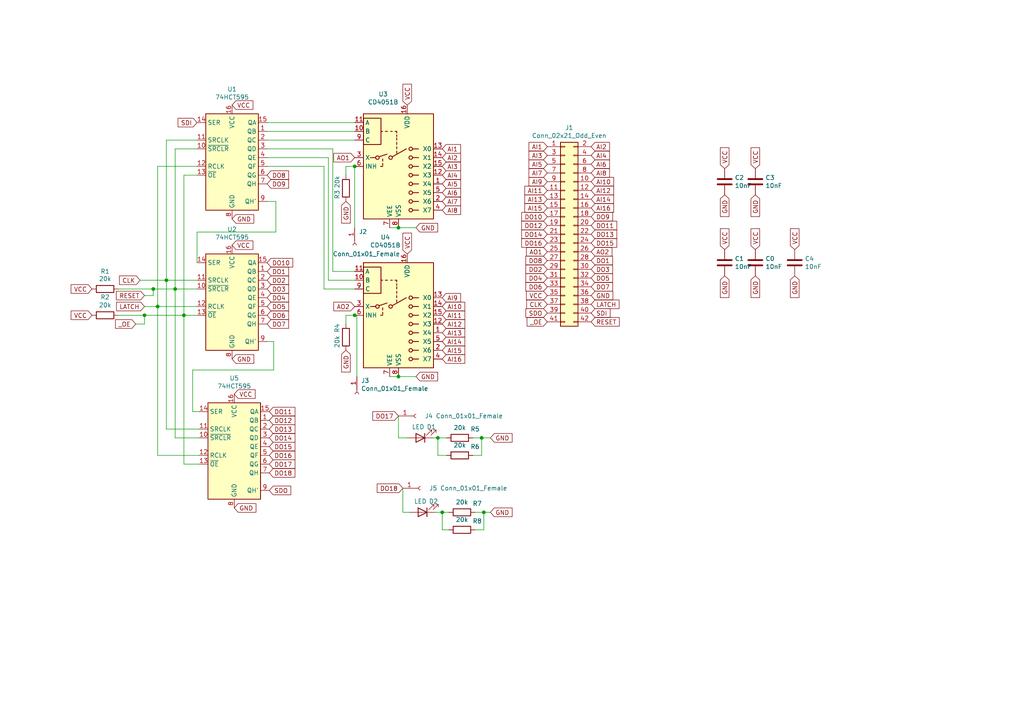
<source format=kicad_sch>
(kicad_sch (version 20211123) (generator eeschema)
  (paper "A4")
  (lib_symbols
    (symbol "74xx:74HCT595"
      (property "Reference" "U" (at -7.62 13.97 0))
      (property "Value" "74HCT595" (at -7.62 -16.51 0))
      (symbol "74HCT595_1_0"
        (pin tri_state line (at 10.16 7.62 180) (length 2.54) (name "QB") (number "1"))
        (pin input line (at -10.16 2.54 0) (length 2.54) (name "~{SRCLR}") (number "10"))
        (pin input line (at -10.16 5.08 0) (length 2.54) (name "SRCLK") (number "11"))
        (pin input line (at -10.16 -2.54 0) (length 2.54) (name "RCLK") (number "12"))
        (pin input line (at -10.16 -5.08 0) (length 2.54) (name "~{OE}") (number "13"))
        (pin input line (at -10.16 10.16 0) (length 2.54) (name "SER") (number "14"))
        (pin tri_state line (at 10.16 10.16 180) (length 2.54) (name "QA") (number "15"))
        (pin power_in line (at 0 15.24 270) (length 2.54) (name "VCC") (number "16"))
        (pin tri_state line (at 10.16 5.08 180) (length 2.54) (name "QC") (number "2"))
        (pin tri_state line (at 10.16 2.54 180) (length 2.54) (name "QD") (number "3"))
        (pin tri_state line (at 10.16 0 180) (length 2.54) (name "QE") (number "4"))
        (pin tri_state line (at 10.16 -2.54 180) (length 2.54) (name "QF") (number "5"))
        (pin tri_state line (at 10.16 -5.08 180) (length 2.54) (name "QG") (number "6"))
        (pin tri_state line (at 10.16 -7.62 180) (length 2.54) (name "QH") (number "7"))
        (pin power_in line (at 0 -17.78 90) (length 2.54) (name "GND") (number "8"))
        (pin output line (at 10.16 -12.7 180) (length 2.54) (name "QH'") (number "9"))
      )
      (symbol "74HCT595_1_1"
        (rectangle (start -7.62 12.7) (end 7.62 -15.24) (stroke (width 0.254)) (fill (type background)))
      )
    )
    (symbol "Analog_Switch:CD4051B"
      (property "Reference" "U" (at -10.16 16.51 0))
      (property "Value" "CD4051B" (at 3.81 16.51 0))
      (symbol "CD4051B_0_1"
        (rectangle (start -10.16 6.35) (end -5.08 13.97) (stroke (width 0.254)))
        (rectangle (start -10.16 15.24) (end 10.16 -15.24) (stroke (width 0.254)) (fill (type background)))
        (circle (center -6.096 2.54) (radius 0.508) (stroke (width 0.254)))
        (circle (center -2.286 2.54) (radius 0.508) (stroke (width 0.254)))
        (polyline (pts (xy -8.128 2.54) (xy -6.604 2.54)) (stroke (width 0.254)))
        (polyline (pts (xy -5.588 2.794) (xy -3.302 3.556)) (stroke (width 0.254)))
        (polyline (pts (xy -4.572 0) (xy -5.207 0)) (stroke (width 0.254)))
        (polyline (pts (xy -4.572 0.254) (xy -4.572 0.889)) (stroke (width 0.254)))
        (polyline (pts (xy -4.572 1.524) (xy -4.572 2.159)) (stroke (width 0.254)))
        (polyline (pts (xy -4.572 10.16) (xy -5.08 10.16)) (stroke (width 0.254)))
        (polyline (pts (xy -3.81 10.16) (xy -3.175 10.16)) (stroke (width 0.254)))
        (polyline (pts (xy -1.778 2.794) (xy 2.286 5.08)) (stroke (width 0.254)))
        (polyline (pts (xy -1.778 10.16) (xy -2.286 10.16)) (stroke (width 0.254)))
        (polyline (pts (xy -0.508 3.81) (xy -0.508 4.445)) (stroke (width 0.254)))
        (polyline (pts (xy -0.508 5.08) (xy -0.508 5.715)) (stroke (width 0.254)))
        (polyline (pts (xy -0.508 6.35) (xy -0.508 6.985)) (stroke (width 0.254)))
        (polyline (pts (xy -0.508 7.62) (xy -0.508 8.255)) (stroke (width 0.254)))
        (polyline (pts (xy -0.508 8.636) (xy -0.508 9.144)) (stroke (width 0.254)))
        (polyline (pts (xy -0.508 9.652) (xy -0.508 10.16)) (stroke (width 0.254)))
        (polyline (pts (xy -0.508 10.16) (xy -1.016 10.16)) (stroke (width 0.254)))
        (polyline (pts (xy 4.064 -12.7) (xy 5.842 -12.7)) (stroke (width 0.254)))
        (polyline (pts (xy 4.064 -10.16) (xy 5.842 -10.16)) (stroke (width 0.254)))
        (polyline (pts (xy 4.064 -7.62) (xy 5.842 -7.62)) (stroke (width 0.254)))
        (polyline (pts (xy 4.064 -5.08) (xy 5.842 -5.08)) (stroke (width 0.254)))
        (polyline (pts (xy 4.064 -2.54) (xy 5.842 -2.54)) (stroke (width 0.254)))
        (polyline (pts (xy 4.064 0) (xy 5.842 0)) (stroke (width 0.254)))
        (polyline (pts (xy 4.064 2.54) (xy 5.842 2.54)) (stroke (width 0.254)))
        (polyline (pts (xy 4.064 5.08) (xy 5.842 5.08)) (stroke (width 0.254)))
        (circle (center 3.556 -12.7) (radius 0.508) (stroke (width 0.254)))
        (circle (center 3.556 -10.16) (radius 0.508) (stroke (width 0.254)))
        (circle (center 3.556 -7.62) (radius 0.508) (stroke (width 0.254)))
        (circle (center 3.556 -5.08) (radius 0.508) (stroke (width 0.254)))
        (circle (center 3.556 -2.54) (radius 0.508) (stroke (width 0.254)))
        (circle (center 3.556 0) (radius 0.508) (stroke (width 0.254)))
        (circle (center 3.556 2.54) (radius 0.508) (stroke (width 0.254)))
        (circle (center 3.556 5.08) (radius 0.508) (stroke (width 0.254)))
      )
      (symbol "CD4051B_1_1"
        (pin bidirectional line (at 12.7 -5.08 180) (length 2.54) (name "X4") (number "1"))
        (pin input line (at -12.7 10.16 0) (length 2.54) (name "B") (number "10"))
        (pin input line (at -12.7 12.7 0) (length 2.54) (name "A") (number "11"))
        (pin bidirectional line (at 12.7 -2.54 180) (length 2.54) (name "X3") (number "12"))
        (pin bidirectional line (at 12.7 5.08 180) (length 2.54) (name "X0") (number "13"))
        (pin bidirectional line (at 12.7 2.54 180) (length 2.54) (name "X1") (number "14"))
        (pin bidirectional line (at 12.7 0 180) (length 2.54) (name "X2") (number "15"))
        (pin power_in line (at 2.54 17.78 270) (length 2.54) (name "VDD") (number "16"))
        (pin bidirectional line (at 12.7 -10.16 180) (length 2.54) (name "X6") (number "2"))
        (pin bidirectional line (at -12.7 2.54 0) (length 2.54) (name "X") (number "3"))
        (pin bidirectional line (at 12.7 -12.7 180) (length 2.54) (name "X7") (number "4"))
        (pin bidirectional line (at 12.7 -7.62 180) (length 2.54) (name "X5") (number "5"))
        (pin input line (at -12.7 0 0) (length 2.54) (name "INH") (number "6"))
        (pin power_in line (at -2.54 -17.78 90) (length 2.54) (name "VEE") (number "7"))
        (pin power_in line (at 0 -17.78 90) (length 2.54) (name "VSS") (number "8"))
        (pin input line (at -12.7 7.62 0) (length 2.54) (name "C") (number "9"))
      )
    )
    (symbol "Connector:Conn_01x01_Female" (pin_names (offset 1.016) hide)
      (property "Reference" "J" (at 0 2.54 0))
      (property "Value" "Conn_01x01_Female" (at 0 -2.54 0))
      (symbol "Conn_01x01_Female_1_1"
        (polyline (pts (xy -1.27 0) (xy -0.508 0)) (stroke (width 0.1524)))
        (arc (start 0 0.508) (mid -0.508 0) (end 0 -0.508) (stroke (width 0.1524)))
        (pin passive line (at -5.08 0 0) (length 3.81) (name "Pin_1") (number "1"))
      )
    )
    (symbol "Connector_Generic:Conn_02x21_Odd_Even" (pin_names (offset 1.016) hide)
      (property "Reference" "J" (at 1.27 27.94 0))
      (property "Value" "Conn_02x21_Odd_Even" (at 1.27 -27.94 0))
      (symbol "Conn_02x21_Odd_Even_1_1"
        (rectangle (start -1.27 -25.273) (end 0 -25.527) (stroke (width 0.1524)))
        (rectangle (start -1.27 -22.733) (end 0 -22.987) (stroke (width 0.1524)))
        (rectangle (start -1.27 -20.193) (end 0 -20.447) (stroke (width 0.1524)))
        (rectangle (start -1.27 -17.653) (end 0 -17.907) (stroke (width 0.1524)))
        (rectangle (start -1.27 -15.113) (end 0 -15.367) (stroke (width 0.1524)))
        (rectangle (start -1.27 -12.573) (end 0 -12.827) (stroke (width 0.1524)))
        (rectangle (start -1.27 -10.033) (end 0 -10.287) (stroke (width 0.1524)))
        (rectangle (start -1.27 -7.493) (end 0 -7.747) (stroke (width 0.1524)))
        (rectangle (start -1.27 -4.953) (end 0 -5.207) (stroke (width 0.1524)))
        (rectangle (start -1.27 -2.413) (end 0 -2.667) (stroke (width 0.1524)))
        (rectangle (start -1.27 0.127) (end 0 -0.127) (stroke (width 0.1524)))
        (rectangle (start -1.27 2.667) (end 0 2.413) (stroke (width 0.1524)))
        (rectangle (start -1.27 5.207) (end 0 4.953) (stroke (width 0.1524)))
        (rectangle (start -1.27 7.747) (end 0 7.493) (stroke (width 0.1524)))
        (rectangle (start -1.27 10.287) (end 0 10.033) (stroke (width 0.1524)))
        (rectangle (start -1.27 12.827) (end 0 12.573) (stroke (width 0.1524)))
        (rectangle (start -1.27 15.367) (end 0 15.113) (stroke (width 0.1524)))
        (rectangle (start -1.27 17.907) (end 0 17.653) (stroke (width 0.1524)))
        (rectangle (start -1.27 20.447) (end 0 20.193) (stroke (width 0.1524)))
        (rectangle (start -1.27 22.987) (end 0 22.733) (stroke (width 0.1524)))
        (rectangle (start -1.27 25.527) (end 0 25.273) (stroke (width 0.1524)))
        (rectangle (start -1.27 26.67) (end 3.81 -26.67) (stroke (width 0.254)) (fill (type background)))
        (rectangle (start 3.81 -25.273) (end 2.54 -25.527) (stroke (width 0.1524)))
        (rectangle (start 3.81 -22.733) (end 2.54 -22.987) (stroke (width 0.1524)))
        (rectangle (start 3.81 -20.193) (end 2.54 -20.447) (stroke (width 0.1524)))
        (rectangle (start 3.81 -17.653) (end 2.54 -17.907) (stroke (width 0.1524)))
        (rectangle (start 3.81 -15.113) (end 2.54 -15.367) (stroke (width 0.1524)))
        (rectangle (start 3.81 -12.573) (end 2.54 -12.827) (stroke (width 0.1524)))
        (rectangle (start 3.81 -10.033) (end 2.54 -10.287) (stroke (width 0.1524)))
        (rectangle (start 3.81 -7.493) (end 2.54 -7.747) (stroke (width 0.1524)))
        (rectangle (start 3.81 -4.953) (end 2.54 -5.207) (stroke (width 0.1524)))
        (rectangle (start 3.81 -2.413) (end 2.54 -2.667) (stroke (width 0.1524)))
        (rectangle (start 3.81 0.127) (end 2.54 -0.127) (stroke (width 0.1524)))
        (rectangle (start 3.81 2.667) (end 2.54 2.413) (stroke (width 0.1524)))
        (rectangle (start 3.81 5.207) (end 2.54 4.953) (stroke (width 0.1524)))
        (rectangle (start 3.81 7.747) (end 2.54 7.493) (stroke (width 0.1524)))
        (rectangle (start 3.81 10.287) (end 2.54 10.033) (stroke (width 0.1524)))
        (rectangle (start 3.81 12.827) (end 2.54 12.573) (stroke (width 0.1524)))
        (rectangle (start 3.81 15.367) (end 2.54 15.113) (stroke (width 0.1524)))
        (rectangle (start 3.81 17.907) (end 2.54 17.653) (stroke (width 0.1524)))
        (rectangle (start 3.81 20.447) (end 2.54 20.193) (stroke (width 0.1524)))
        (rectangle (start 3.81 22.987) (end 2.54 22.733) (stroke (width 0.1524)))
        (rectangle (start 3.81 25.527) (end 2.54 25.273) (stroke (width 0.1524)))
        (pin passive line (at -5.08 25.4 0) (length 3.81) (name "Pin_1") (number "1"))
        (pin passive line (at 7.62 15.24 180) (length 3.81) (name "Pin_10") (number "10"))
        (pin passive line (at -5.08 12.7 0) (length 3.81) (name "Pin_11") (number "11"))
        (pin passive line (at 7.62 12.7 180) (length 3.81) (name "Pin_12") (number "12"))
        (pin passive line (at -5.08 10.16 0) (length 3.81) (name "Pin_13") (number "13"))
        (pin passive line (at 7.62 10.16 180) (length 3.81) (name "Pin_14") (number "14"))
        (pin passive line (at -5.08 7.62 0) (length 3.81) (name "Pin_15") (number "15"))
        (pin passive line (at 7.62 7.62 180) (length 3.81) (name "Pin_16") (number "16"))
        (pin passive line (at -5.08 5.08 0) (length 3.81) (name "Pin_17") (number "17"))
        (pin passive line (at 7.62 5.08 180) (length 3.81) (name "Pin_18") (number "18"))
        (pin passive line (at -5.08 2.54 0) (length 3.81) (name "Pin_19") (number "19"))
        (pin passive line (at 7.62 25.4 180) (length 3.81) (name "Pin_2") (number "2"))
        (pin passive line (at 7.62 2.54 180) (length 3.81) (name "Pin_20") (number "20"))
        (pin passive line (at -5.08 0 0) (length 3.81) (name "Pin_21") (number "21"))
        (pin passive line (at 7.62 0 180) (length 3.81) (name "Pin_22") (number "22"))
        (pin passive line (at -5.08 -2.54 0) (length 3.81) (name "Pin_23") (number "23"))
        (pin passive line (at 7.62 -2.54 180) (length 3.81) (name "Pin_24") (number "24"))
        (pin passive line (at -5.08 -5.08 0) (length 3.81) (name "Pin_25") (number "25"))
        (pin passive line (at 7.62 -5.08 180) (length 3.81) (name "Pin_26") (number "26"))
        (pin passive line (at -5.08 -7.62 0) (length 3.81) (name "Pin_27") (number "27"))
        (pin passive line (at 7.62 -7.62 180) (length 3.81) (name "Pin_28") (number "28"))
        (pin passive line (at -5.08 -10.16 0) (length 3.81) (name "Pin_29") (number "29"))
        (pin passive line (at -5.08 22.86 0) (length 3.81) (name "Pin_3") (number "3"))
        (pin passive line (at 7.62 -10.16 180) (length 3.81) (name "Pin_30") (number "30"))
        (pin passive line (at -5.08 -12.7 0) (length 3.81) (name "Pin_31") (number "31"))
        (pin passive line (at 7.62 -12.7 180) (length 3.81) (name "Pin_32") (number "32"))
        (pin passive line (at -5.08 -15.24 0) (length 3.81) (name "Pin_33") (number "33"))
        (pin passive line (at 7.62 -15.24 180) (length 3.81) (name "Pin_34") (number "34"))
        (pin passive line (at -5.08 -17.78 0) (length 3.81) (name "Pin_35") (number "35"))
        (pin passive line (at 7.62 -17.78 180) (length 3.81) (name "Pin_36") (number "36"))
        (pin passive line (at -5.08 -20.32 0) (length 3.81) (name "Pin_37") (number "37"))
        (pin passive line (at 7.62 -20.32 180) (length 3.81) (name "Pin_38") (number "38"))
        (pin passive line (at -5.08 -22.86 0) (length 3.81) (name "Pin_39") (number "39"))
        (pin passive line (at 7.62 22.86 180) (length 3.81) (name "Pin_4") (number "4"))
        (pin passive line (at 7.62 -22.86 180) (length 3.81) (name "Pin_40") (number "40"))
        (pin passive line (at -5.08 -25.4 0) (length 3.81) (name "Pin_41") (number "41"))
        (pin passive line (at 7.62 -25.4 180) (length 3.81) (name "Pin_42") (number "42"))
        (pin passive line (at -5.08 20.32 0) (length 3.81) (name "Pin_5") (number "5"))
        (pin passive line (at 7.62 20.32 180) (length 3.81) (name "Pin_6") (number "6"))
        (pin passive line (at -5.08 17.78 0) (length 3.81) (name "Pin_7") (number "7"))
        (pin passive line (at 7.62 17.78 180) (length 3.81) (name "Pin_8") (number "8"))
        (pin passive line (at -5.08 15.24 0) (length 3.81) (name "Pin_9") (number "9"))
      )
    )
    (symbol "Device:C" (pin_numbers hide) (pin_names (offset 0.254))
      (property "Reference" "C" (at 0.635 2.54 0))
      (property "Value" "C" (at 0.635 -2.54 0))
      (symbol "C_0_1"
        (polyline (pts (xy -2.032 -0.762) (xy 2.032 -0.762)) (stroke (width 0.508)))
        (polyline (pts (xy -2.032 0.762) (xy 2.032 0.762)) (stroke (width 0.508)))
      )
      (symbol "C_1_1"
        (pin passive line (at 0 3.81 270) (length 2.794) (name "~") (number "1"))
        (pin passive line (at 0 -3.81 90) (length 2.794) (name "~") (number "2"))
      )
    )
    (symbol "Device:LED" (pin_numbers hide) (pin_names (offset 1.016) hide)
      (property "Reference" "D" (at 0 2.54 0))
      (property "Value" "LED" (at 0 -2.54 0))
      (symbol "LED_0_1"
        (polyline (pts (xy -1.27 -1.27) (xy -1.27 1.27)) (stroke (width 0.254)))
        (polyline (pts (xy -1.27 0) (xy 1.27 0)))
        (polyline (pts (xy 1.27 -1.27) (xy 1.27 1.27) (xy -1.27 0) (xy 1.27 -1.27)) (stroke (width 0.254)))
        (polyline (pts (xy -3.048 -0.762) (xy -4.572 -2.286) (xy -3.81 -2.286) (xy -4.572 -2.286) (xy -4.572 -1.524)))
        (polyline (pts (xy -1.778 -0.762) (xy -3.302 -2.286) (xy -2.54 -2.286) (xy -3.302 -2.286) (xy -3.302 -1.524)))
      )
      (symbol "LED_1_1"
        (pin passive line (at -3.81 0 0) (length 2.54) (name "K") (number "1"))
        (pin passive line (at 3.81 0 180) (length 2.54) (name "A") (number "2"))
      )
    )
    (symbol "Device:R" (pin_numbers hide) (pin_names (offset 0))
      (property "Reference" "R" (at 2.032 0 90))
      (property "Value" "R" (at 0 0 90))
      (symbol "R_0_1"
        (rectangle (start -1.016 -2.54) (end 1.016 2.54) (stroke (width 0.254)))
      )
      (symbol "R_1_1"
        (pin passive line (at 0 3.81 270) (length 1.27) (name "~") (number "1"))
        (pin passive line (at 0 -3.81 90) (length 1.27) (name "~") (number "2"))
      )
    )
  )
  (junction (at 45.72 88.9))
  (junction (at 50.8 83.82))
  (junction (at 53.34 91.44))
  (junction (at 44.45 83.82))
  (junction (at 127 127))
  (junction (at 41.91 91.44))
  (junction (at 102.87 91.44))
  (junction (at 128.27 148.59))
  (junction (at 139.7 127))
  (junction (at 115.57 66.04))
  (junction (at 102.87 48.26))
  (junction (at 115.57 109.22))
  (junction (at 48.26 81.28))
  (junction (at 140.335 148.59))
  (wire (pts (xy 95.25 81.28) (xy 102.87 81.28)))
  (wire (pts (xy 140.335 148.59) (xy 140.335 153.67)))
  (wire (pts (xy 50.8 83.82) (xy 50.8 43.18)))
  (wire (pts (xy 45.72 88.9) (xy 57.15 88.9)))
  (wire (pts (xy 115.57 109.22) (xy 120.65 109.22)))
  (wire (pts (xy 77.47 35.56) (xy 102.87 35.56)))
  (wire (pts (xy 45.72 48.26) (xy 45.72 88.9)))
  (wire (pts (xy 116.84 148.59) (xy 116.84 141.605)))
  (wire (pts (xy 137.16 132.08) (xy 139.7 132.08)))
  (wire (pts (xy 39.37 93.98) (xy 41.91 93.98)))
  (wire (pts (xy 77.47 48.26) (xy 93.98 48.26)))
  (wire (pts (xy 115.57 127) (xy 115.57 120.65)))
  (wire (pts (xy 55.88 119.38) (xy 55.88 107.315)))
  (wire (pts (xy 127 132.08) (xy 127 127)))
  (wire (pts (xy 102.87 91.44) (xy 103.505 91.44)))
  (wire (pts (xy 100.33 91.44) (xy 102.87 91.44)))
  (wire (pts (xy 139.7 127) (xy 142.24 127)))
  (wire (pts (xy 125.73 127) (xy 127 127)))
  (wire (pts (xy 77.47 38.1) (xy 102.87 38.1)))
  (wire (pts (xy 53.34 50.8) (xy 53.34 91.44)))
  (wire (pts (xy 115.57 66.04) (xy 120.65 66.04)))
  (wire (pts (xy 77.47 45.72) (xy 95.25 45.72)))
  (wire (pts (xy 45.72 88.9) (xy 45.72 132.08)))
  (wire (pts (xy 48.26 124.46) (xy 57.785 124.46)))
  (wire (pts (xy 77.47 58.42) (xy 80.01 58.42)))
  (wire (pts (xy 48.26 81.28) (xy 57.15 81.28)))
  (wire (pts (xy 102.87 66.04) (xy 102.87 48.26)))
  (wire (pts (xy 34.29 91.44) (xy 41.91 91.44)))
  (wire (pts (xy 48.26 81.28) (xy 48.26 124.46)))
  (wire (pts (xy 57.15 50.8) (xy 53.34 50.8)))
  (wire (pts (xy 57.785 119.38) (xy 55.88 119.38)))
  (wire (pts (xy 96.52 43.18) (xy 96.52 78.74)))
  (wire (pts (xy 57.15 76.2) (xy 57.15 67.31)))
  (wire (pts (xy 93.98 83.82) (xy 102.87 83.82)))
  (wire (pts (xy 137.16 127) (xy 139.7 127)))
  (wire (pts (xy 48.26 40.64) (xy 48.26 81.28)))
  (wire (pts (xy 53.34 134.62) (xy 57.785 134.62)))
  (wire (pts (xy 57.15 48.26) (xy 45.72 48.26)))
  (wire (pts (xy 45.72 132.08) (xy 57.785 132.08)))
  (wire (pts (xy 50.8 43.18) (xy 57.15 43.18)))
  (wire (pts (xy 128.27 148.59) (xy 128.27 153.67)))
  (wire (pts (xy 41.91 88.9) (xy 45.72 88.9)))
  (wire (pts (xy 128.27 148.59) (xy 130.175 148.59)))
  (wire (pts (xy 95.25 45.72) (xy 95.25 81.28)))
  (wire (pts (xy 139.7 127) (xy 139.7 132.08)))
  (wire (pts (xy 100.33 48.26) (xy 102.87 48.26)))
  (wire (pts (xy 137.795 148.59) (xy 140.335 148.59)))
  (wire (pts (xy 113.03 66.04) (xy 115.57 66.04)))
  (wire (pts (xy 129.54 132.08) (xy 127 132.08)))
  (wire (pts (xy 53.34 91.44) (xy 57.15 91.44)))
  (wire (pts (xy 57.15 83.82) (xy 50.8 83.82)))
  (wire (pts (xy 53.34 91.44) (xy 53.34 134.62)))
  (wire (pts (xy 140.335 148.59) (xy 142.24 148.59)))
  (wire (pts (xy 118.11 127) (xy 115.57 127)))
  (wire (pts (xy 44.45 83.82) (xy 44.45 85.725)))
  (wire (pts (xy 118.745 148.59) (xy 116.84 148.59)))
  (wire (pts (xy 57.15 67.31) (xy 80.01 67.31)))
  (wire (pts (xy 140.335 153.67) (xy 137.795 153.67)))
  (wire (pts (xy 44.45 83.82) (xy 50.8 83.82)))
  (wire (pts (xy 50.8 83.82) (xy 50.8 127)))
  (wire (pts (xy 80.01 58.42) (xy 80.01 67.31)))
  (wire (pts (xy 96.52 78.74) (xy 102.87 78.74)))
  (wire (pts (xy 41.91 91.44) (xy 53.34 91.44)))
  (wire (pts (xy 100.33 50.8) (xy 100.33 48.26)))
  (wire (pts (xy 126.365 148.59) (xy 128.27 148.59)))
  (wire (pts (xy 128.27 153.67) (xy 130.175 153.67)))
  (wire (pts (xy 127 127) (xy 129.54 127)))
  (wire (pts (xy 40.64 81.28) (xy 48.26 81.28)))
  (wire (pts (xy 41.91 85.725) (xy 44.45 85.725)))
  (wire (pts (xy 77.47 40.64) (xy 102.87 40.64)))
  (wire (pts (xy 57.15 40.64) (xy 48.26 40.64)))
  (wire (pts (xy 113.03 109.22) (xy 115.57 109.22)))
  (wire (pts (xy 50.8 127) (xy 57.785 127)))
  (wire (pts (xy 77.47 43.18) (xy 96.52 43.18)))
  (wire (pts (xy 100.33 93.98) (xy 100.33 91.44)))
  (wire (pts (xy 34.29 83.82) (xy 44.45 83.82)))
  (wire (pts (xy 55.88 107.315) (xy 79.375 107.315)))
  (wire (pts (xy 41.91 93.98) (xy 41.91 91.44)))
  (wire (pts (xy 79.375 99.06) (xy 79.375 107.315)))
  (wire (pts (xy 77.47 99.06) (xy 79.375 99.06)))
  (wire (pts (xy 103.505 109.22) (xy 103.505 91.44)))
  (wire (pts (xy 93.98 48.26) (xy 93.98 83.82)))
  (global_label "GND" (shape input) (at 230.505 80.01 270) (property "Références Inter-Feuilles" "${INTERSHEET_REFS}" (effects hide)))
  (global_label "DO11" (shape input) (at 171.45 65.405 0) (property "Références Inter-Feuilles" "${INTERSHEET_REFS}" (effects hide)))
  (global_label "GND" (shape input) (at 67.31 104.14 0) (property "Références Inter-Feuilles" "${INTERSHEET_REFS}" (effects hide)))
  (global_label "AI11" (shape input) (at 158.75 55.245 180) (property "Références Inter-Feuilles" "${INTERSHEET_REFS}" (effects hide)))
  (global_label "GND" (shape input) (at 100.33 58.42 270) (property "Références Inter-Feuilles" "${INTERSHEET_REFS}" (effects hide)))
  (global_label "VCC" (shape input) (at 67.31 30.48 0) (property "Références Inter-Feuilles" "${INTERSHEET_REFS}" (effects hide)))
  (global_label "AI10" (shape input) (at 171.45 52.705 0) (property "Références Inter-Feuilles" "${INTERSHEET_REFS}" (effects hide)))
  (global_label "DO8" (shape input) (at 158.75 75.565 180) (property "Références Inter-Feuilles" "${INTERSHEET_REFS}" (effects hide)))
  (global_label "VCC" (shape input) (at 219.075 48.895 90) (property "Références Inter-Feuilles" "${INTERSHEET_REFS}" (effects hide)))
  (global_label "AI4" (shape input) (at 171.45 45.085 0) (property "Références Inter-Feuilles" "${INTERSHEET_REFS}" (effects hide)))
  (global_label "LATCH" (shape input) (at 171.45 88.265 0) (property "Références Inter-Feuilles" "${INTERSHEET_REFS}" (effects hide)))
  (global_label "DO9" (shape input) (at 171.45 62.865 0) (property "Références Inter-Feuilles" "${INTERSHEET_REFS}" (effects hide)))
  (global_label "AI9" (shape input) (at 158.75 52.705 180) (property "Références Inter-Feuilles" "${INTERSHEET_REFS}" (effects hide)))
  (global_label "GND" (shape input) (at 100.33 101.6 270) (property "Références Inter-Feuilles" "${INTERSHEET_REFS}" (effects hide)))
  (global_label "AI1" (shape input) (at 128.27 43.18 0) (property "Références Inter-Feuilles" "${INTERSHEET_REFS}" (effects hide)))
  (global_label "DO16" (shape input) (at 78.105 132.08 0) (property "Références Inter-Feuilles" "${INTERSHEET_REFS}" (effects hide)))
  (global_label "DO3" (shape input) (at 77.47 83.82 0) (property "Références Inter-Feuilles" "${INTERSHEET_REFS}" (effects hide)))
  (global_label "GND" (shape input) (at 142.24 127 0) (property "Références Inter-Feuilles" "${INTERSHEET_REFS}" (effects hide)))
  (global_label "DO18" (shape input) (at 78.105 137.16 0) (property "Références Inter-Feuilles" "${INTERSHEET_REFS}" (effects hide)))
  (global_label "VCC" (shape input) (at 26.67 91.44 180) (property "Références Inter-Feuilles" "${INTERSHEET_REFS}" (effects hide)))
  (global_label "AI2" (shape input) (at 171.45 42.545 0) (property "Références Inter-Feuilles" "${INTERSHEET_REFS}" (effects hide)))
  (global_label "RESET" (shape input) (at 171.45 93.345 0) (property "Références Inter-Feuilles" "${INTERSHEET_REFS}" (effects hide)))
  (global_label "AI16" (shape input) (at 128.27 104.14 0) (property "Références Inter-Feuilles" "${INTERSHEET_REFS}" (effects hide)))
  (global_label "AI3" (shape input) (at 158.75 45.085 180) (property "Références Inter-Feuilles" "${INTERSHEET_REFS}" (effects hide)))
  (global_label "SDI" (shape input) (at 171.45 90.805 0) (property "Références Inter-Feuilles" "${INTERSHEET_REFS}" (effects hide)))
  (global_label "DO1" (shape input) (at 77.47 78.74 0) (property "Références Inter-Feuilles" "${INTERSHEET_REFS}" (effects hide)))
  (global_label "DO9" (shape input) (at 77.47 53.34 0) (property "Références Inter-Feuilles" "${INTERSHEET_REFS}" (effects hide)))
  (global_label "AI6" (shape input) (at 171.45 47.625 0) (property "Références Inter-Feuilles" "${INTERSHEET_REFS}" (effects hide)))
  (global_label "VCC" (shape input) (at 67.945 114.3 0) (property "Références Inter-Feuilles" "${INTERSHEET_REFS}" (effects hide)))
  (global_label "VCC" (shape input) (at 210.185 72.39 90) (property "Références Inter-Feuilles" "${INTERSHEET_REFS}" (effects hide)))
  (global_label "AI16" (shape input) (at 171.45 60.325 0) (property "Références Inter-Feuilles" "${INTERSHEET_REFS}" (effects hide)))
  (global_label "GND" (shape input) (at 120.65 109.22 0) (property "Références Inter-Feuilles" "${INTERSHEET_REFS}" (effects hide)))
  (global_label "GND" (shape input) (at 210.185 56.515 270) (property "Références Inter-Feuilles" "${INTERSHEET_REFS}" (effects hide)))
  (global_label "DO10" (shape input) (at 77.47 76.2 0) (property "Références Inter-Feuilles" "${INTERSHEET_REFS}" (effects hide)))
  (global_label "SDI" (shape input) (at 57.15 35.56 180) (property "Références Inter-Feuilles" "${INTERSHEET_REFS}" (effects hide)))
  (global_label "GND" (shape input) (at 219.075 80.01 270) (property "Références Inter-Feuilles" "${INTERSHEET_REFS}" (effects hide)))
  (global_label "AI14" (shape input) (at 171.45 57.785 0) (property "Références Inter-Feuilles" "${INTERSHEET_REFS}" (effects hide)))
  (global_label "GND" (shape input) (at 210.185 80.01 270) (property "Références Inter-Feuilles" "${INTERSHEET_REFS}" (effects hide)))
  (global_label "DO2" (shape input) (at 77.47 81.28 0) (property "Références Inter-Feuilles" "${INTERSHEET_REFS}" (effects hide)))
  (global_label "AI5" (shape input) (at 128.27 53.34 0) (property "Références Inter-Feuilles" "${INTERSHEET_REFS}" (effects hide)))
  (global_label "DO5" (shape input) (at 77.47 88.9 0) (property "Références Inter-Feuilles" "${INTERSHEET_REFS}" (effects hide)))
  (global_label "AI13" (shape input) (at 158.75 57.785 180) (property "Références Inter-Feuilles" "${INTERSHEET_REFS}" (effects hide)))
  (global_label "AI15" (shape input) (at 158.75 60.325 180) (property "Références Inter-Feuilles" "${INTERSHEET_REFS}" (effects hide)))
  (global_label "AI3" (shape input) (at 128.27 48.26 0) (property "Références Inter-Feuilles" "${INTERSHEET_REFS}" (effects hide)))
  (global_label "VCC" (shape input) (at 210.185 48.895 90) (property "Références Inter-Feuilles" "${INTERSHEET_REFS}" (effects hide)))
  (global_label "GND" (shape input) (at 142.24 148.59 0) (property "Références Inter-Feuilles" "${INTERSHEET_REFS}" (effects hide)))
  (global_label "AI12" (shape input) (at 171.45 55.245 0) (property "Références Inter-Feuilles" "${INTERSHEET_REFS}" (effects hide)))
  (global_label "GND" (shape input) (at 171.45 85.725 0) (property "Références Inter-Feuilles" "${INTERSHEET_REFS}" (effects hide)))
  (global_label "DO3" (shape input) (at 171.45 78.105 0) (property "Références Inter-Feuilles" "${INTERSHEET_REFS}" (effects hide)))
  (global_label "CLK" (shape input) (at 158.75 88.265 180) (property "Références Inter-Feuilles" "${INTERSHEET_REFS}" (effects hide)))
  (global_label "AI4" (shape input) (at 128.27 50.8 0) (property "Références Inter-Feuilles" "${INTERSHEET_REFS}" (effects hide)))
  (global_label "GND" (shape input) (at 67.31 63.5 0) (property "Références Inter-Feuilles" "${INTERSHEET_REFS}" (effects hide)))
  (global_label "DO15" (shape input) (at 171.45 70.485 0) (property "Références Inter-Feuilles" "${INTERSHEET_REFS}" (effects hide)))
  (global_label "AI9" (shape input) (at 128.27 86.36 0) (property "Références Inter-Feuilles" "${INTERSHEET_REFS}" (effects hide)))
  (global_label "VCC" (shape input) (at 158.75 85.725 180) (property "Références Inter-Feuilles" "${INTERSHEET_REFS}" (effects hide)))
  (global_label "VCC" (shape input) (at 67.31 71.12 0) (property "Références Inter-Feuilles" "${INTERSHEET_REFS}" (effects hide)))
  (global_label "DO7" (shape input) (at 171.45 83.185 0) (property "Références Inter-Feuilles" "${INTERSHEET_REFS}" (effects hide)))
  (global_label "DO13" (shape input) (at 171.45 67.945 0) (property "Références Inter-Feuilles" "${INTERSHEET_REFS}" (effects hide)))
  (global_label "GND" (shape input) (at 219.075 56.515 270) (property "Références Inter-Feuilles" "${INTERSHEET_REFS}" (effects hide)))
  (global_label "AI5" (shape input) (at 158.75 47.625 180) (property "Références Inter-Feuilles" "${INTERSHEET_REFS}" (effects hide)))
  (global_label "DO4" (shape input) (at 77.47 86.36 0) (property "Références Inter-Feuilles" "${INTERSHEET_REFS}" (effects hide)))
  (global_label "SDO" (shape input) (at 78.105 142.24 0) (property "Références Inter-Feuilles" "${INTERSHEET_REFS}" (effects hide)))
  (global_label "SDO" (shape input) (at 158.75 90.805 180) (property "Références Inter-Feuilles" "${INTERSHEET_REFS}" (effects hide)))
  (global_label "_OE" (shape input) (at 158.75 93.345 180) (property "Références Inter-Feuilles" "${INTERSHEET_REFS}" (effects hide)))
  (global_label "AI6" (shape input) (at 128.27 55.88 0) (property "Références Inter-Feuilles" "${INTERSHEET_REFS}" (effects hide)))
  (global_label "DO14" (shape input) (at 78.105 127 0) (property "Références Inter-Feuilles" "${INTERSHEET_REFS}" (effects hide)))
  (global_label "LATCH" (shape input) (at 41.91 88.9 180) (property "Références Inter-Feuilles" "${INTERSHEET_REFS}" (effects hide)))
  (global_label "AI14" (shape input) (at 128.27 99.06 0) (property "Références Inter-Feuilles" "${INTERSHEET_REFS}" (effects hide)))
  (global_label "DO2" (shape input) (at 158.75 78.105 180) (property "Références Inter-Feuilles" "${INTERSHEET_REFS}" (effects hide)))
  (global_label "DO17" (shape input) (at 115.57 120.65 180) (property "Références Inter-Feuilles" "${INTERSHEET_REFS}" (effects hide)))
  (global_label "CLK" (shape input) (at 40.64 81.28 180) (property "Références Inter-Feuilles" "${INTERSHEET_REFS}" (effects hide)))
  (global_label "AI8" (shape input) (at 128.27 60.96 0) (property "Références Inter-Feuilles" "${INTERSHEET_REFS}" (effects hide)))
  (global_label "DO16" (shape input) (at 158.75 70.485 180) (property "Références Inter-Feuilles" "${INTERSHEET_REFS}" (effects hide)))
  (global_label "DO6" (shape input) (at 77.47 91.44 0) (property "Références Inter-Feuilles" "${INTERSHEET_REFS}" (effects hide)))
  (global_label "_OE" (shape input) (at 39.37 93.98 180) (property "Références Inter-Feuilles" "${INTERSHEET_REFS}" (effects hide)))
  (global_label "GND" (shape input) (at 120.65 66.04 0) (property "Références Inter-Feuilles" "${INTERSHEET_REFS}" (effects hide)))
  (global_label "AO1" (shape input) (at 158.75 73.025 180) (property "Références Inter-Feuilles" "${INTERSHEET_REFS}" (effects hide)))
  (global_label "DO17" (shape input) (at 78.105 134.62 0) (property "Références Inter-Feuilles" "${INTERSHEET_REFS}" (effects hide)))
  (global_label "DO6" (shape input) (at 158.75 83.185 180) (property "Références Inter-Feuilles" "${INTERSHEET_REFS}" (effects hide)))
  (global_label "DO4" (shape input) (at 158.75 80.645 180) (property "Références Inter-Feuilles" "${INTERSHEET_REFS}" (effects hide)))
  (global_label "VCC" (shape input) (at 118.11 30.48 90) (property "Références Inter-Feuilles" "${INTERSHEET_REFS}" (effects hide)))
  (global_label "AI10" (shape input) (at 128.27 88.9 0) (property "Références Inter-Feuilles" "${INTERSHEET_REFS}" (effects hide)))
  (global_label "DO12" (shape input) (at 78.105 121.92 0) (property "Références Inter-Feuilles" "${INTERSHEET_REFS}" (effects hide)))
  (global_label "AO2" (shape input) (at 171.45 73.025 0) (property "Références Inter-Feuilles" "${INTERSHEET_REFS}" (effects hide)))
  (global_label "RESET" (shape input) (at 41.91 85.725 180) (property "Références Inter-Feuilles" "${INTERSHEET_REFS}" (effects hide)))
  (global_label "DO10" (shape input) (at 158.75 62.865 180) (property "Références Inter-Feuilles" "${INTERSHEET_REFS}" (effects hide)))
  (global_label "AI11" (shape input) (at 128.27 91.44 0) (property "Références Inter-Feuilles" "${INTERSHEET_REFS}" (effects hide)))
  (global_label "VCC" (shape input) (at 230.505 72.39 90) (property "Références Inter-Feuilles" "${INTERSHEET_REFS}" (effects hide)))
  (global_label "AI8" (shape input) (at 171.45 50.165 0) (property "Références Inter-Feuilles" "${INTERSHEET_REFS}" (effects hide)))
  (global_label "VCC" (shape input) (at 219.075 72.39 90) (property "Références Inter-Feuilles" "${INTERSHEET_REFS}" (effects hide)))
  (global_label "AI15" (shape input) (at 128.27 101.6 0) (property "Références Inter-Feuilles" "${INTERSHEET_REFS}" (effects hide)))
  (global_label "DO8" (shape input) (at 77.47 50.8 0) (property "Références Inter-Feuilles" "${INTERSHEET_REFS}" (effects hide)))
  (global_label "DO5" (shape input) (at 171.45 80.645 0) (property "Références Inter-Feuilles" "${INTERSHEET_REFS}" (effects hide)))
  (global_label "DO1" (shape input) (at 171.45 75.565 0) (property "Références Inter-Feuilles" "${INTERSHEET_REFS}" (effects hide)))
  (global_label "DO14" (shape input) (at 158.75 67.945 180) (property "Références Inter-Feuilles" "${INTERSHEET_REFS}" (effects hide)))
  (global_label "AO2" (shape input) (at 102.87 88.9 180) (property "Références Inter-Feuilles" "${INTERSHEET_REFS}" (effects hide)))
  (global_label "AI12" (shape input) (at 128.27 93.98 0) (property "Références Inter-Feuilles" "${INTERSHEET_REFS}" (effects hide)))
  (global_label "AO1" (shape input) (at 102.87 45.72 180) (property "Références Inter-Feuilles" "${INTERSHEET_REFS}" (effects hide)))
  (global_label "DO15" (shape input) (at 78.105 129.54 0) (property "Références Inter-Feuilles" "${INTERSHEET_REFS}" (effects hide)))
  (global_label "AI2" (shape input) (at 128.27 45.72 0) (property "Références Inter-Feuilles" "${INTERSHEET_REFS}" (effects hide)))
  (global_label "DO7" (shape input) (at 77.47 93.98 0) (property "Références Inter-Feuilles" "${INTERSHEET_REFS}" (effects hide)))
  (global_label "DO11" (shape input) (at 78.105 119.38 0) (property "Références Inter-Feuilles" "${INTERSHEET_REFS}" (effects hide)))
  (global_label "VCC" (shape input) (at 118.11 73.66 90) (property "Références Inter-Feuilles" "${INTERSHEET_REFS}" (effects hide)))
  (global_label "DO18" (shape input) (at 116.84 141.605 180) (property "Références Inter-Feuilles" "${INTERSHEET_REFS}" (effects hide)))
  (global_label "VCC" (shape input) (at 26.67 83.82 180) (property "Références Inter-Feuilles" "${INTERSHEET_REFS}" (effects hide)))
  (global_label "GND" (shape input) (at 67.945 147.32 0) (property "Références Inter-Feuilles" "${INTERSHEET_REFS}" (effects hide)))
  (global_label "DO12" (shape input) (at 158.75 65.405 180) (property "Références Inter-Feuilles" "${INTERSHEET_REFS}" (effects hide)))
  (global_label "AI1" (shape input) (at 158.75 42.545 180) (property "Références Inter-Feuilles" "${INTERSHEET_REFS}" (effects hide)))
  (global_label "AI13" (shape input) (at 128.27 96.52 0) (property "Références Inter-Feuilles" "${INTERSHEET_REFS}" (effects hide)))
  (global_label "AI7" (shape input) (at 158.75 50.165 180) (property "Références Inter-Feuilles" "${INTERSHEET_REFS}" (effects hide)))
  (global_label "AI7" (shape input) (at 128.27 58.42 0) (property "Références Inter-Feuilles" "${INTERSHEET_REFS}" (effects hide)))
  (global_label "DO13" (shape input) (at 78.105 124.46 0) (property "Références Inter-Feuilles" "${INTERSHEET_REFS}" (effects hide)))
  (symbol (lib_id "74xx:74HCT595") (at 67.31 45.72 0) (unit 1)
    (property "Reference" "U1" (at 67.31 25.8826 0))
    (property "Value" "74HCT595" (at 67.31 28.194 0))
    (property "Footprint" "Package_SO:SOIC-16_3.9x9.9mm_P1.27mm" (effects hide))
    (property "Datasheet" "https://assets.nexperia.com/documents/data-sheet/74HC_HCT595.pdf" (effects hide))
    (property "LCSC Part" "C282339" (effects hide))
  )
  (symbol (lib_id "74xx:74HCT595") (at 67.31 86.36 0) (unit 1)
    (property "Reference" "U2" (at 67.31 66.5226 0))
    (property "Value" "74HCT595" (at 67.31 68.834 0))
    (property "Footprint" "Package_SO:SOIC-16_3.9x9.9mm_P1.27mm" (effects hide))
    (property "Datasheet" "https://assets.nexperia.com/documents/data-sheet/74HC_HCT595.pdf" (effects hide))
    (property "LCSC Part" "C282339" (effects hide))
  )
  (symbol (lib_id "Device:C") (at 219.075 76.2 0) (unit 1)
    (property "Reference" "C0" (at 221.996 75.0316 0) (effects (justify left)))
    (property "Value" "10nF" (at 221.996 77.343 0) (effects (justify left)))
    (property "Footprint" "Capacitor_SMD:C_1206_3216Metric" (effects hide))
    (property "LCSC Part" "C107204" (effects hide))
  )
  (symbol (lib_id "Device:C") (at 210.185 76.2 0) (unit 1)
    (property "Reference" "C1" (at 213.106 75.0316 0) (effects (justify left)))
    (property "Value" "10nF" (at 213.106 77.343 0) (effects (justify left)))
    (property "Footprint" "Capacitor_SMD:C_1206_3216Metric" (effects hide))
    (property "LCSC Part" "C107204" (effects hide))
  )
  (symbol (lib_id "Device:C") (at 210.185 52.705 0) (unit 1)
    (property "Reference" "C2" (at 213.106 51.5366 0) (effects (justify left)))
    (property "Value" "10nF" (at 213.106 53.848 0) (effects (justify left)))
    (property "Footprint" "Capacitor_SMD:C_1206_3216Metric" (effects hide))
    (property "LCSC Part" "C107204" (effects hide))
  )
  (symbol (lib_id "Device:C") (at 219.075 52.705 0) (unit 1)
    (property "Reference" "C3" (at 221.996 51.5366 0) (effects (justify left)))
    (property "Value" "10nF" (at 221.996 53.848 0) (effects (justify left)))
    (property "Footprint" "Capacitor_SMD:C_1206_3216Metric" (effects hide))
    (property "LCSC Part" "C107204" (effects hide))
  )
  (symbol (lib_id "Analog_Switch:CD4051B") (at 115.57 48.26 0) (unit 1)
    (property "Reference" "U3" (at 111.125 27.305 0))
    (property "Value" "CD4051B" (at 111.125 29.6164 0))
    (property "Footprint" "Package_SO:SOP-16_4.55x10.3mm_P1.27mm" (effects hide))
    (property "Datasheet" "http://www.ti.com/lit/ds/symlink/cd4052b.pdf" (effects hide))
    (property "LCSC Part" "C507163" (effects hide))
  )
  (symbol (lib_id "Analog_Switch:CD4051B") (at 115.57 91.44 0) (unit 1)
    (property "Reference" "U4" (at 111.76 68.8086 0))
    (property "Value" "CD4051B" (at 111.76 71.12 0))
    (property "Footprint" "Package_SO:SOP-16_4.55x10.3mm_P1.27mm" (effects hide))
    (property "Datasheet" "http://www.ti.com/lit/ds/symlink/cd4052b.pdf" (effects hide))
    (property "LCSC Part" "C507163" (effects hide))
  )
  (symbol (lib_id "Connector_Generic:Conn_02x21_Odd_Even") (at 163.83 67.945 0) (unit 1)
    (property "Reference" "J1" (at 165.1 37.0332 0))
    (property "Value" "Conn_02x21_Odd_Even" (at 165.1 39.3446 0))
    (property "Footprint" "Connector_PinHeader_2.54mm:PinHeader_2x21_P2.54mm_Vertical" (effects hide))
    (property "JLCPCB BOM" "0" (effects hide))
  )
  (symbol (lib_id "Device:R") (at 30.48 83.82 270) (unit 1)
    (property "Reference" "R1" (at 30.48 78.74 90))
    (property "Value" "20k" (at 30.48 80.8736 90))
    (property "Footprint" "Resistor_SMD:R_0603_1608Metric" (effects hide))
    (property "LCSC Part" "C4184" (effects hide))
  )
  (symbol (lib_id "Device:R") (at 30.48 91.44 270) (unit 1)
    (property "Reference" "R2" (at 30.48 86.1822 90))
    (property "Value" "20k" (at 30.48 88.4936 90))
    (property "Footprint" "Resistor_SMD:R_0603_1608Metric" (effects hide))
    (property "LCSC Part" "C4184" (effects hide))
  )
  (symbol (lib_id "Device:R") (at 100.33 54.61 180) (unit 1)
    (property "Reference" "R3" (at 97.79 57.785 90) (effects (justify right)))
    (property "Value" "20k" (at 97.79 54.61 90) (effects (justify right)))
    (property "Footprint" "Resistor_SMD:R_0603_1608Metric" (effects hide))
    (property "LCSC Part" "C4184" (effects hide))
  )
  (symbol (lib_id "Connector:Conn_01x01_Female") (at 102.87 71.12 270) (unit 1)
    (property "Reference" "J2" (at 104.0892 67.2084 90) (effects (justify left)))
    (property "Value" "Conn_01x01_Female" (at 96.52 73.66 90) (effects (justify left)))
    (property "Footprint" "Connector_Pin:Pin_D0.9mm_L10.0mm_W2.4mm_FlatFork" (effects hide))
    (property "JLCPCB BOM" "0" (effects hide))
  )
  (symbol (lib_id "Device:R") (at 100.33 97.79 180) (unit 1)
    (property "Reference" "R4" (at 97.79 96.52 90) (effects (justify right)))
    (property "Value" "20k" (at 97.79 100.965 90) (effects (justify right)))
    (property "Footprint" "Resistor_SMD:R_0603_1608Metric" (effects hide))
    (property "LCSC Part" "C4184" (effects hide))
  )
  (symbol (lib_id "Connector:Conn_01x01_Female") (at 103.505 114.3 270) (unit 1)
    (property "Reference" "J3" (at 104.7242 110.3884 90) (effects (justify left)))
    (property "Value" "Conn_01x01_Female" (at 104.7242 112.6998 90) (effects (justify left)))
    (property "Footprint" "Connector_Pin:Pin_D0.9mm_L10.0mm_W2.4mm_FlatFork" (effects hide))
    (property "JLCPCB BOM" "0" (effects hide))
  )
  (symbol (lib_id "Device:C") (at 230.505 76.2 0) (unit 1)
    (property "Reference" "C4" (at 233.426 75.0316 0) (effects (justify left)))
    (property "Value" "10nF" (at 233.426 77.343 0) (effects (justify left)))
    (property "Footprint" "Capacitor_SMD:C_1206_3216Metric" (effects hide))
    (property "LCSC Part" "C107204" (effects hide))
  )
  (symbol (lib_id "Device:R") (at 133.35 132.08 270) (unit 1)
    (property "Reference" "R6" (at 137.795 129.54 90))
    (property "Value" "20k" (at 133.35 129.1336 90))
    (property "Footprint" "Resistor_SMD:R_0603_1608Metric" (effects hide))
    (property "LCSC Part" "C4184" (effects hide))
  )
  (symbol (lib_id "Device:R") (at 133.35 127 270) (unit 1)
    (property "Reference" "R5" (at 137.795 124.46 90))
    (property "Value" "20k" (at 133.35 124.0536 90))
    (property "Footprint" "Resistor_SMD:R_0603_1608Metric" (effects hide))
    (property "LCSC Part" "C4184" (effects hide))
  )
  (symbol (lib_id "74xx:74HCT595") (at 67.945 129.54 0) (unit 1)
    (property "Reference" "U5" (at 67.945 109.7026 0))
    (property "Value" "74HCT595" (at 67.945 112.014 0))
    (property "Footprint" "Package_SO:SOIC-16_3.9x9.9mm_P1.27mm" (effects hide))
    (property "Datasheet" "https://assets.nexperia.com/documents/data-sheet/74HC_HCT595.pdf" (effects hide))
    (property "LCSC Part" "C282339" (effects hide))
  )
  (symbol (lib_id "Connector:Conn_01x01_Female") (at 120.65 120.65 0) (unit 1)
    (property "Reference" "J4" (at 123.19 120.65 0) (effects (justify left)))
    (property "Value" "Conn_01x01_Female" (at 126.365 120.65 0) (effects (justify left)))
    (property "Footprint" "Connector_Pin:Pin_D0.9mm_L10.0mm_W2.4mm_FlatFork" (effects hide))
    (property "JLCPCB BOM" "0" (effects hide))
  )
  (symbol (lib_id "Device:LED") (at 122.555 148.59 180) (unit 1)
    (property "Reference" "D2" (at 125.73 145.415 0))
    (property "Value" "LED" (at 121.92 145.415 0))
    (property "Footprint" "Diode_SMD:D_0805_2012Metric" (effects hide))
  )
  (symbol (lib_id "Connector:Conn_01x01_Female") (at 121.92 141.605 0) (unit 1)
    (property "Reference" "J5" (at 124.46 141.605 0) (effects (justify left)))
    (property "Value" "Conn_01x01_Female" (at 127.635 141.605 0) (effects (justify left)))
    (property "Footprint" "Connector_Pin:Pin_D0.9mm_L10.0mm_W2.4mm_FlatFork" (effects hide))
    (property "JLCPCB BOM" "0" (effects hide))
  )
  (symbol (lib_id "Device:R") (at 133.985 148.59 270) (unit 1)
    (property "Reference" "R7" (at 138.43 146.05 90))
    (property "Value" "20k" (at 133.985 145.6436 90))
    (property "Footprint" "Resistor_SMD:R_0603_1608Metric" (effects hide))
    (property "LCSC Part" "C4184" (effects hide))
  )
  (symbol (lib_id "Device:R") (at 133.985 153.67 270) (unit 1)
    (property "Reference" "R8" (at 138.43 151.13 90))
    (property "Value" "20k" (at 133.985 150.7236 90))
    (property "Footprint" "Resistor_SMD:R_0603_1608Metric" (effects hide))
    (property "LCSC Part" "C4184" (effects hide))
  )
  (symbol (lib_id "Device:LED") (at 121.92 127 180) (unit 1)
    (property "Reference" "D1" (at 125.095 123.825 0))
    (property "Value" "LED" (at 121.285 123.825 0))
    (property "Footprint" "Diode_SMD:D_0805_2012Metric" (effects hide))
  )
)
</source>
